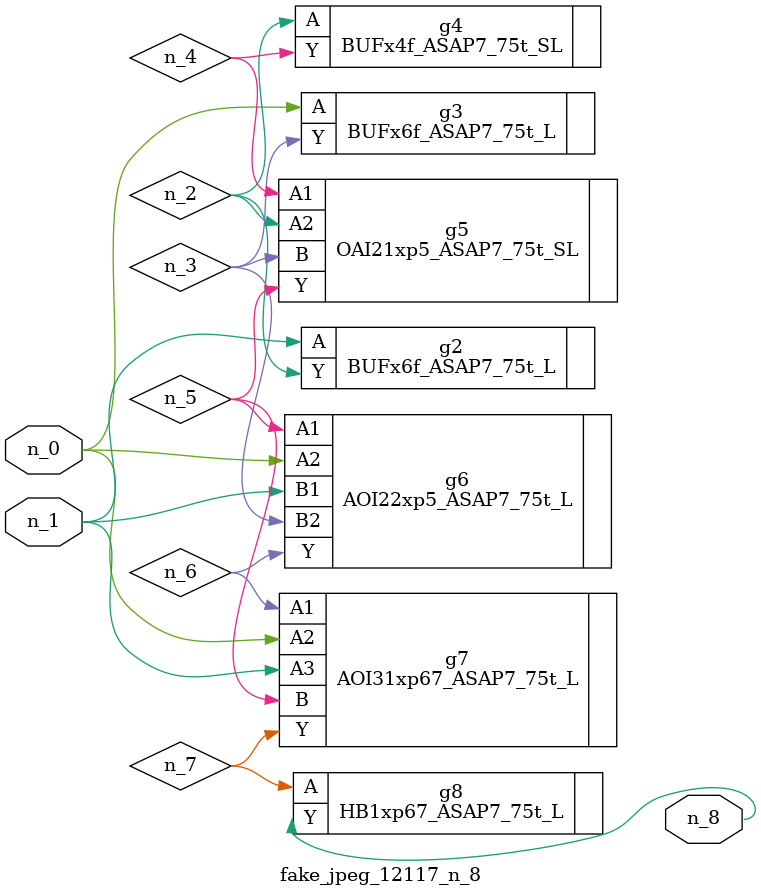
<source format=v>
module fake_jpeg_12117_n_8 (n_0, n_1, n_8);

input n_0;
input n_1;

output n_8;

wire n_3;
wire n_2;
wire n_4;
wire n_6;
wire n_5;
wire n_7;

BUFx6f_ASAP7_75t_L g2 ( 
.A(n_1),
.Y(n_2)
);

BUFx6f_ASAP7_75t_L g3 ( 
.A(n_0),
.Y(n_3)
);

BUFx4f_ASAP7_75t_SL g4 ( 
.A(n_2),
.Y(n_4)
);

OAI21xp5_ASAP7_75t_SL g5 ( 
.A1(n_4),
.A2(n_2),
.B(n_3),
.Y(n_5)
);

AOI22xp5_ASAP7_75t_L g6 ( 
.A1(n_5),
.A2(n_0),
.B1(n_1),
.B2(n_3),
.Y(n_6)
);

AOI31xp67_ASAP7_75t_L g7 ( 
.A1(n_6),
.A2(n_0),
.A3(n_1),
.B(n_5),
.Y(n_7)
);

HB1xp67_ASAP7_75t_L g8 ( 
.A(n_7),
.Y(n_8)
);


endmodule
</source>
